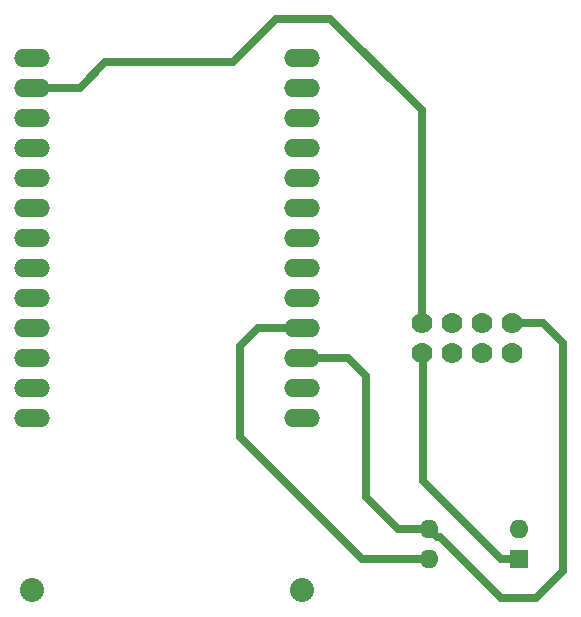
<source format=gtl>
G04 #@! TF.GenerationSoftware,KiCad,Pcbnew,5.99.0-unknown-9f841da98e~134~ubuntu20.04.1*
G04 #@! TF.CreationDate,2021-11-20T11:12:31+01:00*
G04 #@! TF.ProjectId,wt32-esp01-programmer,77743332-2d65-4737-9030-312d70726f67,rev?*
G04 #@! TF.SameCoordinates,Original*
G04 #@! TF.FileFunction,Copper,L1,Top*
G04 #@! TF.FilePolarity,Positive*
%FSLAX46Y46*%
G04 Gerber Fmt 4.6, Leading zero omitted, Abs format (unit mm)*
G04 Created by KiCad (PCBNEW 5.99.0-unknown-9f841da98e~134~ubuntu20.04.1) date 2021-11-20 11:12:31*
%MOMM*%
%LPD*%
G01*
G04 APERTURE LIST*
G04 #@! TA.AperFunction,ComponentPad*
%ADD10C,1.778000*%
G04 #@! TD*
G04 #@! TA.AperFunction,ComponentPad*
%ADD11R,1.600000X1.600000*%
G04 #@! TD*
G04 #@! TA.AperFunction,ComponentPad*
%ADD12O,1.600000X1.600000*%
G04 #@! TD*
G04 #@! TA.AperFunction,ComponentPad*
%ADD13C,2.032000*%
G04 #@! TD*
G04 #@! TA.AperFunction,ComponentPad*
%ADD14O,3.048000X1.524000*%
G04 #@! TD*
G04 #@! TA.AperFunction,Conductor*
%ADD15C,0.700000*%
G04 #@! TD*
G04 APERTURE END LIST*
D10*
X138176000Y-87630000D03*
X138176000Y-90170000D03*
X135636000Y-87630000D03*
X135636000Y-90170000D03*
X133096000Y-87630000D03*
X133096000Y-90170000D03*
X130556000Y-87630000D03*
X130556000Y-90170000D03*
D11*
X138811000Y-107569000D03*
D12*
X138811000Y-105029000D03*
X131191000Y-105029000D03*
X131191000Y-107569000D03*
D13*
X120396000Y-110236000D03*
X97536000Y-110236000D03*
D14*
X120396000Y-65151000D03*
X120396000Y-67691000D03*
X120396000Y-70231000D03*
X120396000Y-72771000D03*
X120396000Y-75311000D03*
X120396000Y-77851000D03*
X120396000Y-80391000D03*
X120396000Y-82931000D03*
X120396000Y-85471000D03*
X120396000Y-88011000D03*
X120396000Y-90551000D03*
X120396000Y-93091000D03*
X120396000Y-95631000D03*
X97536000Y-95631000D03*
X97536000Y-93091000D03*
X97536000Y-90551000D03*
X97536000Y-88011000D03*
X97536000Y-85471000D03*
X97536000Y-82931000D03*
X97536000Y-80391000D03*
X97536000Y-77851000D03*
X97536000Y-75311000D03*
X97536000Y-72771000D03*
X97536000Y-70231000D03*
X97536000Y-67691000D03*
X97536000Y-65151000D03*
D15*
X125476000Y-107569000D02*
X115189000Y-97282000D01*
X116713000Y-88011000D02*
X120396000Y-88011000D01*
X115189000Y-97282000D02*
X115189000Y-89535000D01*
X131191000Y-107569000D02*
X125476000Y-107569000D01*
X115189000Y-89535000D02*
X116713000Y-88011000D01*
X138176000Y-87630000D02*
X140843000Y-87630000D01*
X142494000Y-89281000D02*
X142494000Y-108585000D01*
X125857000Y-92075000D02*
X124333000Y-90551000D01*
X140843000Y-87630000D02*
X142494000Y-89281000D01*
X125857000Y-102362000D02*
X125857000Y-92075000D01*
X131880999Y-105718999D02*
X131191000Y-105029000D01*
X140208000Y-110871000D02*
X137231002Y-110871000D01*
X128524000Y-105029000D02*
X125857000Y-102362000D01*
X124333000Y-90551000D02*
X120396000Y-90551000D01*
X137231002Y-110871000D02*
X132079001Y-105718999D01*
X142494000Y-108585000D02*
X140208000Y-110871000D01*
X132079001Y-105718999D02*
X131880999Y-105718999D01*
X131191000Y-105029000D02*
X128524000Y-105029000D01*
X97536000Y-67691000D02*
X101600000Y-67691000D01*
X118237000Y-61849000D02*
X122809000Y-61849000D01*
X130556000Y-69596000D02*
X130556000Y-87630000D01*
X122809000Y-61849000D02*
X130556000Y-69596000D01*
X101600000Y-67691000D02*
X103759000Y-65532000D01*
X114554000Y-65532000D02*
X118237000Y-61849000D01*
X103759000Y-65532000D02*
X114554000Y-65532000D01*
X130556000Y-90170000D02*
X130683000Y-90297000D01*
X130683000Y-90297000D02*
X130683000Y-101016500D01*
X130683000Y-101016500D02*
X137235500Y-107569000D01*
X137235500Y-107569000D02*
X138811000Y-107569000D01*
M02*

</source>
